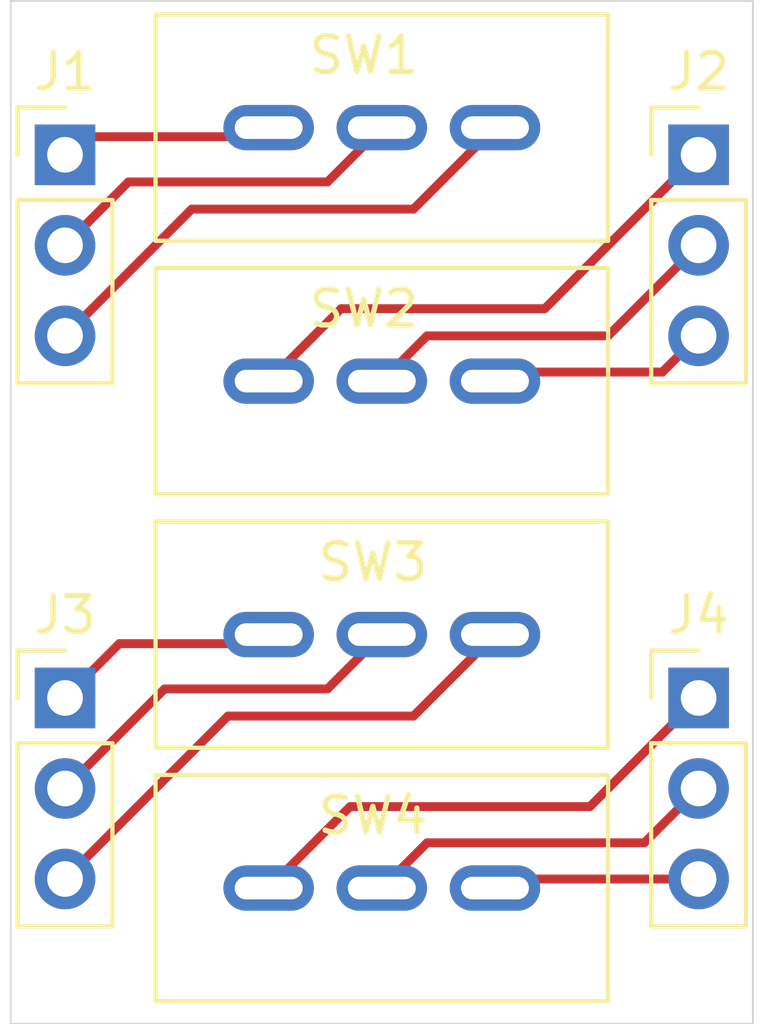
<source format=kicad_pcb>
(kicad_pcb (version 20171130) (host pcbnew "(5.1.10)-1")

  (general
    (thickness 1.6)
    (drawings 4)
    (tracks 36)
    (zones 0)
    (modules 8)
    (nets 13)
  )

  (page A4)
  (layers
    (0 F.Cu signal)
    (31 B.Cu signal hide)
    (32 B.Adhes user hide)
    (33 F.Adhes user hide)
    (34 B.Paste user hide)
    (35 F.Paste user hide)
    (36 B.SilkS user)
    (37 F.SilkS user)
    (38 B.Mask user)
    (39 F.Mask user)
    (40 Dwgs.User user hide)
    (41 Cmts.User user hide)
    (42 Eco1.User user hide)
    (43 Eco2.User user hide)
    (44 Edge.Cuts user)
    (45 Margin user hide)
    (46 B.CrtYd user hide)
    (47 F.CrtYd user hide)
    (48 B.Fab user hide)
    (49 F.Fab user hide)
  )

  (setup
    (last_trace_width 0.25)
    (trace_clearance 0.2)
    (zone_clearance 0.508)
    (zone_45_only no)
    (trace_min 0.2)
    (via_size 0.8)
    (via_drill 0.4)
    (via_min_size 0.4)
    (via_min_drill 0.3)
    (uvia_size 0.3)
    (uvia_drill 0.1)
    (uvias_allowed no)
    (uvia_min_size 0.2)
    (uvia_min_drill 0.1)
    (edge_width 0.05)
    (segment_width 0.2)
    (pcb_text_width 0.3)
    (pcb_text_size 1.5 1.5)
    (mod_edge_width 0.12)
    (mod_text_size 1 1)
    (mod_text_width 0.15)
    (pad_size 1.524 1.524)
    (pad_drill 0.762)
    (pad_to_mask_clearance 0)
    (aux_axis_origin 0 0)
    (visible_elements FFFFFF7F)
    (pcbplotparams
      (layerselection 0x010fc_ffffffff)
      (usegerberextensions false)
      (usegerberattributes true)
      (usegerberadvancedattributes true)
      (creategerberjobfile true)
      (excludeedgelayer true)
      (linewidth 0.100000)
      (plotframeref false)
      (viasonmask false)
      (mode 1)
      (useauxorigin false)
      (hpglpennumber 1)
      (hpglpenspeed 20)
      (hpglpendiameter 15.000000)
      (psnegative false)
      (psa4output false)
      (plotreference true)
      (plotvalue true)
      (plotinvisibletext false)
      (padsonsilk false)
      (subtractmaskfromsilk false)
      (outputformat 1)
      (mirror false)
      (drillshape 1)
      (scaleselection 1)
      (outputdirectory ""))
  )

  (net 0 "")
  (net 1 "Net-(J1-Pad1)")
  (net 2 "Net-(J1-Pad2)")
  (net 3 "Net-(J1-Pad3)")
  (net 4 "Net-(J2-Pad3)")
  (net 5 "Net-(J2-Pad2)")
  (net 6 "Net-(J2-Pad1)")
  (net 7 "Net-(J3-Pad3)")
  (net 8 "Net-(J3-Pad2)")
  (net 9 "Net-(J3-Pad1)")
  (net 10 "Net-(J4-Pad1)")
  (net 11 "Net-(J4-Pad2)")
  (net 12 "Net-(J4-Pad3)")

  (net_class Default "This is the default net class."
    (clearance 0.2)
    (trace_width 0.25)
    (via_dia 0.8)
    (via_drill 0.4)
    (uvia_dia 0.3)
    (uvia_drill 0.1)
    (add_net "Net-(J1-Pad1)")
    (add_net "Net-(J1-Pad2)")
    (add_net "Net-(J1-Pad3)")
    (add_net "Net-(J2-Pad1)")
    (add_net "Net-(J2-Pad2)")
    (add_net "Net-(J2-Pad3)")
    (add_net "Net-(J3-Pad1)")
    (add_net "Net-(J3-Pad2)")
    (add_net "Net-(J3-Pad3)")
    (add_net "Net-(J4-Pad1)")
    (add_net "Net-(J4-Pad2)")
    (add_net "Net-(J4-Pad3)")
  )

  (module "BreakoutBoards:Slide Switch Solder Tab" (layer F.Cu) (tedit 6134237E) (tstamp 61349714)
    (at 144.78 83.058 90)
    (path /61342787)
    (fp_text reference SW1 (at 2.032 -0.508 180) (layer F.SilkS)
      (effects (font (size 1 1) (thickness 0.15)))
    )
    (fp_text value SW_SPDT_MSM (at -7.62 18.542 90) (layer F.Fab)
      (effects (font (size 1 1) (thickness 0.15)))
    )
    (fp_line (start 3.175 -6.35) (end -3.175 -6.35) (layer F.SilkS) (width 0.12))
    (fp_line (start 3.175 6.35) (end 3.175 -6.35) (layer F.SilkS) (width 0.12))
    (fp_line (start -3.175 6.35) (end 3.175 6.35) (layer F.SilkS) (width 0.12))
    (fp_line (start -3.175 -6.35) (end -3.175 6.35) (layer F.SilkS) (width 0.12))
    (pad 2 thru_hole oval (at 0 0 90) (size 1.27 2.54) (drill oval 0.635 1.905) (layers *.Cu *.Mask)
      (net 2 "Net-(J1-Pad2)"))
    (pad 1 thru_hole oval (at 0 -3.175 90) (size 1.27 2.54) (drill oval 0.635 1.905) (layers *.Cu *.Mask)
      (net 1 "Net-(J1-Pad1)"))
    (pad 3 thru_hole oval (at 0 3.175 90) (size 1.27 2.54) (drill oval 0.635 1.905) (layers *.Cu *.Mask)
      (net 3 "Net-(J1-Pad3)"))
  )

  (module "BreakoutBoards:Slide Switch Solder Tab" (layer F.Cu) (tedit 6134237E) (tstamp 613485DA)
    (at 144.78 90.17 90)
    (path /61347E91)
    (fp_text reference SW2 (at 2.032 -0.508 180) (layer F.SilkS)
      (effects (font (size 1 1) (thickness 0.15)))
    )
    (fp_text value SW_SPDT_MSM (at -0.508 20.32 90) (layer F.Fab)
      (effects (font (size 1 1) (thickness 0.15)))
    )
    (fp_line (start -3.175 -6.35) (end -3.175 6.35) (layer F.SilkS) (width 0.12))
    (fp_line (start -3.175 6.35) (end 3.175 6.35) (layer F.SilkS) (width 0.12))
    (fp_line (start 3.175 6.35) (end 3.175 -6.35) (layer F.SilkS) (width 0.12))
    (fp_line (start 3.175 -6.35) (end -3.175 -6.35) (layer F.SilkS) (width 0.12))
    (pad 3 thru_hole oval (at 0 3.175 90) (size 1.27 2.54) (drill oval 0.635 1.905) (layers *.Cu *.Mask)
      (net 4 "Net-(J2-Pad3)"))
    (pad 1 thru_hole oval (at 0 -3.175 90) (size 1.27 2.54) (drill oval 0.635 1.905) (layers *.Cu *.Mask)
      (net 6 "Net-(J2-Pad1)"))
    (pad 2 thru_hole oval (at 0 0 90) (size 1.27 2.54) (drill oval 0.635 1.905) (layers *.Cu *.Mask)
      (net 5 "Net-(J2-Pad2)"))
  )

  (module "BreakoutBoards:Slide Switch Solder Tab" (layer F.Cu) (tedit 6134237E) (tstamp 6134963F)
    (at 144.78 104.394 90)
    (path /613494D3)
    (fp_text reference SW4 (at 2.032 -0.254 180) (layer F.SilkS)
      (effects (font (size 1 1) (thickness 0.15)))
    )
    (fp_text value SW_SPDT_MSM (at 6.604 22.606 90) (layer F.Fab)
      (effects (font (size 1 1) (thickness 0.15)))
    )
    (fp_line (start 3.175 -6.35) (end -3.175 -6.35) (layer F.SilkS) (width 0.12))
    (fp_line (start 3.175 6.35) (end 3.175 -6.35) (layer F.SilkS) (width 0.12))
    (fp_line (start -3.175 6.35) (end 3.175 6.35) (layer F.SilkS) (width 0.12))
    (fp_line (start -3.175 -6.35) (end -3.175 6.35) (layer F.SilkS) (width 0.12))
    (pad 2 thru_hole oval (at 0 0 90) (size 1.27 2.54) (drill oval 0.635 1.905) (layers *.Cu *.Mask)
      (net 11 "Net-(J4-Pad2)"))
    (pad 1 thru_hole oval (at 0 -3.175 90) (size 1.27 2.54) (drill oval 0.635 1.905) (layers *.Cu *.Mask)
      (net 10 "Net-(J4-Pad1)"))
    (pad 3 thru_hole oval (at 0 3.175 90) (size 1.27 2.54) (drill oval 0.635 1.905) (layers *.Cu *.Mask)
      (net 12 "Net-(J4-Pad3)"))
  )

  (module "BreakoutBoards:Slide Switch Solder Tab" (layer F.Cu) (tedit 6134237E) (tstamp 613485F0)
    (at 144.78 97.282 90)
    (path /6134B0AD)
    (fp_text reference SW3 (at 2.032 -0.254 180) (layer F.SilkS)
      (effects (font (size 1 1) (thickness 0.15)))
    )
    (fp_text value SW_SPDT_MSM (at 13.716 16.51 90) (layer F.Fab)
      (effects (font (size 1 1) (thickness 0.15)))
    )
    (fp_line (start -3.175 -6.35) (end -3.175 6.35) (layer F.SilkS) (width 0.12))
    (fp_line (start -3.175 6.35) (end 3.175 6.35) (layer F.SilkS) (width 0.12))
    (fp_line (start 3.175 6.35) (end 3.175 -6.35) (layer F.SilkS) (width 0.12))
    (fp_line (start 3.175 -6.35) (end -3.175 -6.35) (layer F.SilkS) (width 0.12))
    (pad 3 thru_hole oval (at 0 3.175 90) (size 1.27 2.54) (drill oval 0.635 1.905) (layers *.Cu *.Mask)
      (net 7 "Net-(J3-Pad3)"))
    (pad 1 thru_hole oval (at 0 -3.175 90) (size 1.27 2.54) (drill oval 0.635 1.905) (layers *.Cu *.Mask)
      (net 9 "Net-(J3-Pad1)"))
    (pad 2 thru_hole oval (at 0 0 90) (size 1.27 2.54) (drill oval 0.635 1.905) (layers *.Cu *.Mask)
      (net 8 "Net-(J3-Pad2)"))
  )

  (module Connector_PinHeader_2.54mm:PinHeader_1x03_P2.54mm_Vertical (layer F.Cu) (tedit 59FED5CC) (tstamp 613495AD)
    (at 135.89 83.82)
    (descr "Through hole straight pin header, 1x03, 2.54mm pitch, single row")
    (tags "Through hole pin header THT 1x03 2.54mm single row")
    (path /6139EF9E)
    (fp_text reference J1 (at 0 -2.33) (layer F.SilkS)
      (effects (font (size 1 1) (thickness 0.15)))
    )
    (fp_text value Conn_01x03_Male (at 0.254 -6.35) (layer F.Fab)
      (effects (font (size 1 1) (thickness 0.15)))
    )
    (fp_line (start 1.8 -1.8) (end -1.8 -1.8) (layer F.CrtYd) (width 0.05))
    (fp_line (start 1.8 6.85) (end 1.8 -1.8) (layer F.CrtYd) (width 0.05))
    (fp_line (start -1.8 6.85) (end 1.8 6.85) (layer F.CrtYd) (width 0.05))
    (fp_line (start -1.8 -1.8) (end -1.8 6.85) (layer F.CrtYd) (width 0.05))
    (fp_line (start -1.33 -1.33) (end 0 -1.33) (layer F.SilkS) (width 0.12))
    (fp_line (start -1.33 0) (end -1.33 -1.33) (layer F.SilkS) (width 0.12))
    (fp_line (start -1.33 1.27) (end 1.33 1.27) (layer F.SilkS) (width 0.12))
    (fp_line (start 1.33 1.27) (end 1.33 6.41) (layer F.SilkS) (width 0.12))
    (fp_line (start -1.33 1.27) (end -1.33 6.41) (layer F.SilkS) (width 0.12))
    (fp_line (start -1.33 6.41) (end 1.33 6.41) (layer F.SilkS) (width 0.12))
    (fp_line (start -1.27 -0.635) (end -0.635 -1.27) (layer F.Fab) (width 0.1))
    (fp_line (start -1.27 6.35) (end -1.27 -0.635) (layer F.Fab) (width 0.1))
    (fp_line (start 1.27 6.35) (end -1.27 6.35) (layer F.Fab) (width 0.1))
    (fp_line (start 1.27 -1.27) (end 1.27 6.35) (layer F.Fab) (width 0.1))
    (fp_line (start -0.635 -1.27) (end 1.27 -1.27) (layer F.Fab) (width 0.1))
    (fp_text user %R (at 0 2.54 90) (layer F.Fab)
      (effects (font (size 1 1) (thickness 0.15)))
    )
    (pad 1 thru_hole rect (at 0 0) (size 1.7 1.7) (drill 1) (layers *.Cu *.Mask)
      (net 1 "Net-(J1-Pad1)"))
    (pad 2 thru_hole oval (at 0 2.54) (size 1.7 1.7) (drill 1) (layers *.Cu *.Mask)
      (net 2 "Net-(J1-Pad2)"))
    (pad 3 thru_hole oval (at 0 5.08) (size 1.7 1.7) (drill 1) (layers *.Cu *.Mask)
      (net 3 "Net-(J1-Pad3)"))
    (model ${KISYS3DMOD}/Connector_PinHeader_2.54mm.3dshapes/PinHeader_1x03_P2.54mm_Vertical.wrl
      (at (xyz 0 0 0))
      (scale (xyz 1 1 1))
      (rotate (xyz 0 0 0))
    )
  )

  (module Connector_PinHeader_2.54mm:PinHeader_1x03_P2.54mm_Vertical (layer F.Cu) (tedit 59FED5CC) (tstamp 61348E03)
    (at 153.67 83.82)
    (descr "Through hole straight pin header, 1x03, 2.54mm pitch, single row")
    (tags "Through hole pin header THT 1x03 2.54mm single row")
    (path /613A07D7)
    (fp_text reference J2 (at 0 -2.33) (layer F.SilkS)
      (effects (font (size 1 1) (thickness 0.15)))
    )
    (fp_text value Conn_01x03_Male (at 1.27 9.652) (layer F.Fab)
      (effects (font (size 1 1) (thickness 0.15)))
    )
    (fp_text user %R (at 0 2.54 90) (layer F.Fab)
      (effects (font (size 1 1) (thickness 0.15)))
    )
    (fp_line (start -0.635 -1.27) (end 1.27 -1.27) (layer F.Fab) (width 0.1))
    (fp_line (start 1.27 -1.27) (end 1.27 6.35) (layer F.Fab) (width 0.1))
    (fp_line (start 1.27 6.35) (end -1.27 6.35) (layer F.Fab) (width 0.1))
    (fp_line (start -1.27 6.35) (end -1.27 -0.635) (layer F.Fab) (width 0.1))
    (fp_line (start -1.27 -0.635) (end -0.635 -1.27) (layer F.Fab) (width 0.1))
    (fp_line (start -1.33 6.41) (end 1.33 6.41) (layer F.SilkS) (width 0.12))
    (fp_line (start -1.33 1.27) (end -1.33 6.41) (layer F.SilkS) (width 0.12))
    (fp_line (start 1.33 1.27) (end 1.33 6.41) (layer F.SilkS) (width 0.12))
    (fp_line (start -1.33 1.27) (end 1.33 1.27) (layer F.SilkS) (width 0.12))
    (fp_line (start -1.33 0) (end -1.33 -1.33) (layer F.SilkS) (width 0.12))
    (fp_line (start -1.33 -1.33) (end 0 -1.33) (layer F.SilkS) (width 0.12))
    (fp_line (start -1.8 -1.8) (end -1.8 6.85) (layer F.CrtYd) (width 0.05))
    (fp_line (start -1.8 6.85) (end 1.8 6.85) (layer F.CrtYd) (width 0.05))
    (fp_line (start 1.8 6.85) (end 1.8 -1.8) (layer F.CrtYd) (width 0.05))
    (fp_line (start 1.8 -1.8) (end -1.8 -1.8) (layer F.CrtYd) (width 0.05))
    (pad 3 thru_hole oval (at 0 5.08) (size 1.7 1.7) (drill 1) (layers *.Cu *.Mask)
      (net 4 "Net-(J2-Pad3)"))
    (pad 2 thru_hole oval (at 0 2.54) (size 1.7 1.7) (drill 1) (layers *.Cu *.Mask)
      (net 5 "Net-(J2-Pad2)"))
    (pad 1 thru_hole rect (at 0 0) (size 1.7 1.7) (drill 1) (layers *.Cu *.Mask)
      (net 6 "Net-(J2-Pad1)"))
    (model ${KISYS3DMOD}/Connector_PinHeader_2.54mm.3dshapes/PinHeader_1x03_P2.54mm_Vertical.wrl
      (at (xyz 0 0 0))
      (scale (xyz 1 1 1))
      (rotate (xyz 0 0 0))
    )
  )

  (module Connector_PinHeader_2.54mm:PinHeader_1x03_P2.54mm_Vertical (layer F.Cu) (tedit 59FED5CC) (tstamp 61348E1A)
    (at 135.89 99.06)
    (descr "Through hole straight pin header, 1x03, 2.54mm pitch, single row")
    (tags "Through hole pin header THT 1x03 2.54mm single row")
    (path /613A336A)
    (fp_text reference J3 (at 0 -2.33) (layer F.SilkS)
      (effects (font (size 1 1) (thickness 0.15)))
    )
    (fp_text value Conn_01x03_Male (at 0 11.43) (layer F.Fab)
      (effects (font (size 1 1) (thickness 0.15)))
    )
    (fp_text user %R (at 0 2.54 90) (layer F.Fab)
      (effects (font (size 1 1) (thickness 0.15)))
    )
    (fp_line (start -0.635 -1.27) (end 1.27 -1.27) (layer F.Fab) (width 0.1))
    (fp_line (start 1.27 -1.27) (end 1.27 6.35) (layer F.Fab) (width 0.1))
    (fp_line (start 1.27 6.35) (end -1.27 6.35) (layer F.Fab) (width 0.1))
    (fp_line (start -1.27 6.35) (end -1.27 -0.635) (layer F.Fab) (width 0.1))
    (fp_line (start -1.27 -0.635) (end -0.635 -1.27) (layer F.Fab) (width 0.1))
    (fp_line (start -1.33 6.41) (end 1.33 6.41) (layer F.SilkS) (width 0.12))
    (fp_line (start -1.33 1.27) (end -1.33 6.41) (layer F.SilkS) (width 0.12))
    (fp_line (start 1.33 1.27) (end 1.33 6.41) (layer F.SilkS) (width 0.12))
    (fp_line (start -1.33 1.27) (end 1.33 1.27) (layer F.SilkS) (width 0.12))
    (fp_line (start -1.33 0) (end -1.33 -1.33) (layer F.SilkS) (width 0.12))
    (fp_line (start -1.33 -1.33) (end 0 -1.33) (layer F.SilkS) (width 0.12))
    (fp_line (start -1.8 -1.8) (end -1.8 6.85) (layer F.CrtYd) (width 0.05))
    (fp_line (start -1.8 6.85) (end 1.8 6.85) (layer F.CrtYd) (width 0.05))
    (fp_line (start 1.8 6.85) (end 1.8 -1.8) (layer F.CrtYd) (width 0.05))
    (fp_line (start 1.8 -1.8) (end -1.8 -1.8) (layer F.CrtYd) (width 0.05))
    (pad 3 thru_hole oval (at 0 5.08) (size 1.7 1.7) (drill 1) (layers *.Cu *.Mask)
      (net 7 "Net-(J3-Pad3)"))
    (pad 2 thru_hole oval (at 0 2.54) (size 1.7 1.7) (drill 1) (layers *.Cu *.Mask)
      (net 8 "Net-(J3-Pad2)"))
    (pad 1 thru_hole rect (at 0 0) (size 1.7 1.7) (drill 1) (layers *.Cu *.Mask)
      (net 9 "Net-(J3-Pad1)"))
    (model ${KISYS3DMOD}/Connector_PinHeader_2.54mm.3dshapes/PinHeader_1x03_P2.54mm_Vertical.wrl
      (at (xyz 0 0 0))
      (scale (xyz 1 1 1))
      (rotate (xyz 0 0 0))
    )
  )

  (module Connector_PinHeader_2.54mm:PinHeader_1x03_P2.54mm_Vertical (layer F.Cu) (tedit 59FED5CC) (tstamp 61348E31)
    (at 153.67 99.06)
    (descr "Through hole straight pin header, 1x03, 2.54mm pitch, single row")
    (tags "Through hole pin header THT 1x03 2.54mm single row")
    (path /613A32C0)
    (fp_text reference J4 (at 0 -2.33) (layer F.SilkS)
      (effects (font (size 1 1) (thickness 0.15)))
    )
    (fp_text value Conn_01x03_Male (at 1.524 -6.35) (layer F.Fab)
      (effects (font (size 1 1) (thickness 0.15)))
    )
    (fp_line (start 1.8 -1.8) (end -1.8 -1.8) (layer F.CrtYd) (width 0.05))
    (fp_line (start 1.8 6.85) (end 1.8 -1.8) (layer F.CrtYd) (width 0.05))
    (fp_line (start -1.8 6.85) (end 1.8 6.85) (layer F.CrtYd) (width 0.05))
    (fp_line (start -1.8 -1.8) (end -1.8 6.85) (layer F.CrtYd) (width 0.05))
    (fp_line (start -1.33 -1.33) (end 0 -1.33) (layer F.SilkS) (width 0.12))
    (fp_line (start -1.33 0) (end -1.33 -1.33) (layer F.SilkS) (width 0.12))
    (fp_line (start -1.33 1.27) (end 1.33 1.27) (layer F.SilkS) (width 0.12))
    (fp_line (start 1.33 1.27) (end 1.33 6.41) (layer F.SilkS) (width 0.12))
    (fp_line (start -1.33 1.27) (end -1.33 6.41) (layer F.SilkS) (width 0.12))
    (fp_line (start -1.33 6.41) (end 1.33 6.41) (layer F.SilkS) (width 0.12))
    (fp_line (start -1.27 -0.635) (end -0.635 -1.27) (layer F.Fab) (width 0.1))
    (fp_line (start -1.27 6.35) (end -1.27 -0.635) (layer F.Fab) (width 0.1))
    (fp_line (start 1.27 6.35) (end -1.27 6.35) (layer F.Fab) (width 0.1))
    (fp_line (start 1.27 -1.27) (end 1.27 6.35) (layer F.Fab) (width 0.1))
    (fp_line (start -0.635 -1.27) (end 1.27 -1.27) (layer F.Fab) (width 0.1))
    (fp_text user %R (at 0 2.54 90) (layer F.Fab)
      (effects (font (size 1 1) (thickness 0.15)))
    )
    (pad 1 thru_hole rect (at 0 0) (size 1.7 1.7) (drill 1) (layers *.Cu *.Mask)
      (net 10 "Net-(J4-Pad1)"))
    (pad 2 thru_hole oval (at 0 2.54) (size 1.7 1.7) (drill 1) (layers *.Cu *.Mask)
      (net 11 "Net-(J4-Pad2)"))
    (pad 3 thru_hole oval (at 0 5.08) (size 1.7 1.7) (drill 1) (layers *.Cu *.Mask)
      (net 12 "Net-(J4-Pad3)"))
    (model ${KISYS3DMOD}/Connector_PinHeader_2.54mm.3dshapes/PinHeader_1x03_P2.54mm_Vertical.wrl
      (at (xyz 0 0 0))
      (scale (xyz 1 1 1))
      (rotate (xyz 0 0 0))
    )
  )

  (gr_line (start 155.194 79.502) (end 134.366 79.502) (layer Edge.Cuts) (width 0.05) (tstamp 613494AA))
  (gr_line (start 155.194 108.204) (end 155.194 79.502) (layer Edge.Cuts) (width 0.05))
  (gr_line (start 134.366 108.204) (end 155.194 108.204) (layer Edge.Cuts) (width 0.05))
  (gr_line (start 134.366 79.502) (end 134.366 108.204) (layer Edge.Cuts) (width 0.05))

  (segment (start 136.398 83.312) (end 135.89 83.82) (width 0.25) (layer F.Cu) (net 1))
  (segment (start 141.351 83.312) (end 141.605 83.058) (width 0.25) (layer F.Cu) (net 1))
  (segment (start 136.398 83.312) (end 141.351 83.312) (width 0.25) (layer F.Cu) (net 1))
  (segment (start 135.89 86.36) (end 137.668 84.582) (width 0.25) (layer F.Cu) (net 2))
  (segment (start 143.256 84.582) (end 144.78 83.058) (width 0.25) (layer F.Cu) (net 2))
  (segment (start 137.668 84.582) (end 143.256 84.582) (width 0.25) (layer F.Cu) (net 2))
  (segment (start 147.955 83.312) (end 147.828 83.312) (width 0.25) (layer F.Cu) (net 3))
  (segment (start 145.669 85.344) (end 147.955 83.058) (width 0.25) (layer F.Cu) (net 3))
  (segment (start 139.446 85.344) (end 145.669 85.344) (width 0.25) (layer F.Cu) (net 3))
  (segment (start 135.89 88.9) (end 139.446 85.344) (width 0.25) (layer F.Cu) (net 3))
  (segment (start 148.209 89.916) (end 147.955 90.17) (width 0.25) (layer F.Cu) (net 4))
  (segment (start 152.654 89.916) (end 148.209 89.916) (width 0.25) (layer F.Cu) (net 4))
  (segment (start 153.67 88.9) (end 152.654 89.916) (width 0.25) (layer F.Cu) (net 4))
  (segment (start 146.05 88.9) (end 144.78 90.17) (width 0.25) (layer F.Cu) (net 5))
  (segment (start 151.13 88.9) (end 146.05 88.9) (width 0.25) (layer F.Cu) (net 5))
  (segment (start 153.67 86.36) (end 151.13 88.9) (width 0.25) (layer F.Cu) (net 5))
  (segment (start 149.352 88.138) (end 143.637 88.138) (width 0.25) (layer F.Cu) (net 6))
  (segment (start 143.637 88.138) (end 141.605 90.17) (width 0.25) (layer F.Cu) (net 6))
  (segment (start 153.67 83.82) (end 149.352 88.138) (width 0.25) (layer F.Cu) (net 6))
  (segment (start 145.669 99.568) (end 147.955 97.282) (width 0.25) (layer F.Cu) (net 7))
  (segment (start 140.462 99.568) (end 145.669 99.568) (width 0.25) (layer F.Cu) (net 7))
  (segment (start 135.89 104.14) (end 140.462 99.568) (width 0.25) (layer F.Cu) (net 7))
  (segment (start 143.256 98.806) (end 144.78 97.282) (width 0.25) (layer F.Cu) (net 8))
  (segment (start 138.684 98.806) (end 143.256 98.806) (width 0.25) (layer F.Cu) (net 8))
  (segment (start 135.89 101.6) (end 138.684 98.806) (width 0.25) (layer F.Cu) (net 8))
  (segment (start 141.351 97.536) (end 141.605 97.282) (width 0.25) (layer F.Cu) (net 9))
  (segment (start 137.414 97.536) (end 141.351 97.536) (width 0.25) (layer F.Cu) (net 9))
  (segment (start 135.89 99.06) (end 137.414 97.536) (width 0.25) (layer F.Cu) (net 9))
  (segment (start 143.891 102.108) (end 141.605 104.394) (width 0.25) (layer F.Cu) (net 10))
  (segment (start 150.622 102.108) (end 143.891 102.108) (width 0.25) (layer F.Cu) (net 10))
  (segment (start 153.67 99.06) (end 150.622 102.108) (width 0.25) (layer F.Cu) (net 10))
  (segment (start 146.05 103.124) (end 144.78 104.394) (width 0.25) (layer F.Cu) (net 11))
  (segment (start 152.146 103.124) (end 146.05 103.124) (width 0.25) (layer F.Cu) (net 11))
  (segment (start 153.67 101.6) (end 152.146 103.124) (width 0.25) (layer F.Cu) (net 11))
  (segment (start 148.209 104.14) (end 147.955 104.394) (width 0.25) (layer F.Cu) (net 12))
  (segment (start 153.67 104.14) (end 148.209 104.14) (width 0.25) (layer F.Cu) (net 12))

)

</source>
